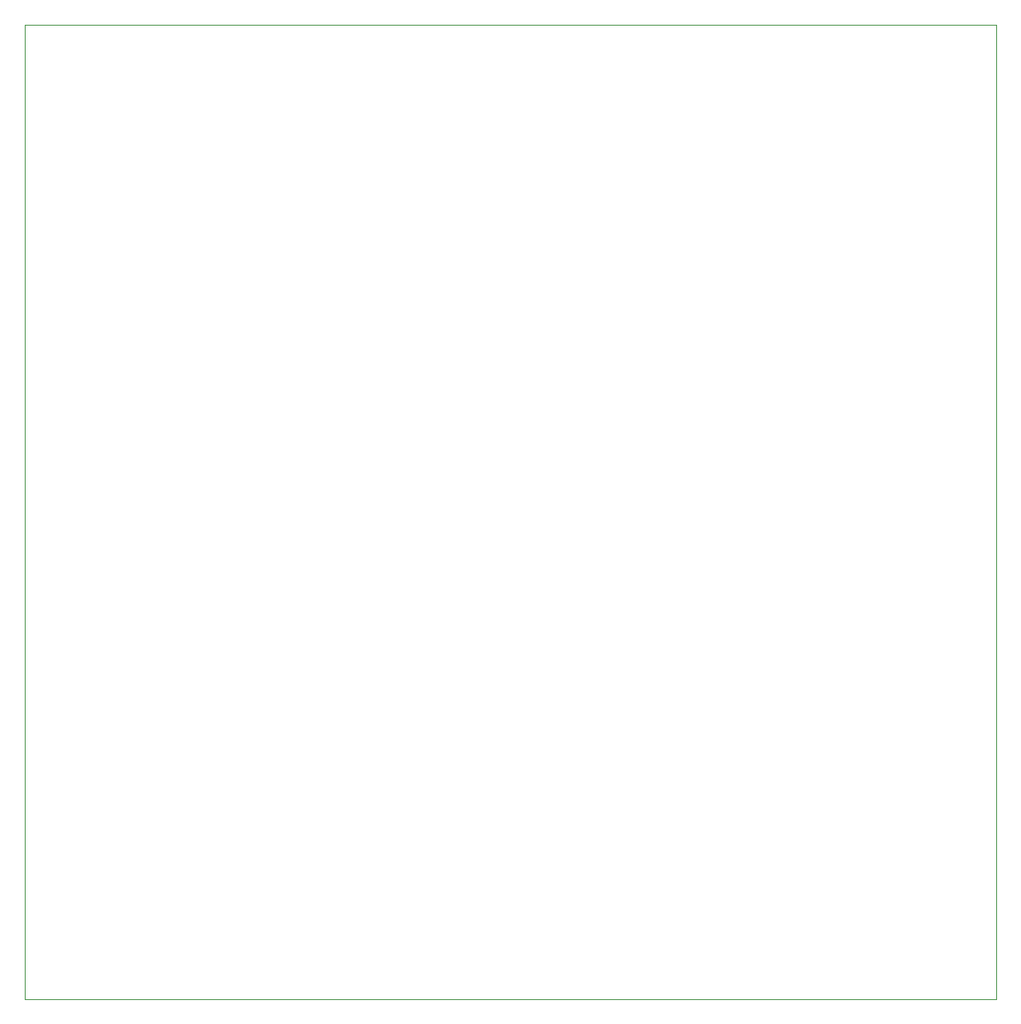
<source format=gbr>
%TF.GenerationSoftware,KiCad,Pcbnew,7.0.9*%
%TF.CreationDate,2024-05-31T23:58:34+01:00*%
%TF.ProjectId,VCO PANEL,56434f20-5041-44e4-954c-2e6b69636164,rev?*%
%TF.SameCoordinates,Original*%
%TF.FileFunction,Profile,NP*%
%FSLAX46Y46*%
G04 Gerber Fmt 4.6, Leading zero omitted, Abs format (unit mm)*
G04 Created by KiCad (PCBNEW 7.0.9) date 2024-05-31 23:58:34*
%MOMM*%
%LPD*%
G01*
G04 APERTURE LIST*
%TA.AperFunction,Profile*%
%ADD10C,0.100000*%
%TD*%
%TA.AperFunction,Profile*%
%ADD11C,0.050000*%
%TD*%
G04 APERTURE END LIST*
D10*
X193800000Y-150395000D02*
X193800000Y-50605000D01*
X94200000Y-50605000D02*
X94200000Y-150395000D01*
D11*
X193800000Y-50605000D02*
X94200000Y-50605000D01*
X94200000Y-150395000D02*
X193800000Y-150395000D01*
M02*

</source>
